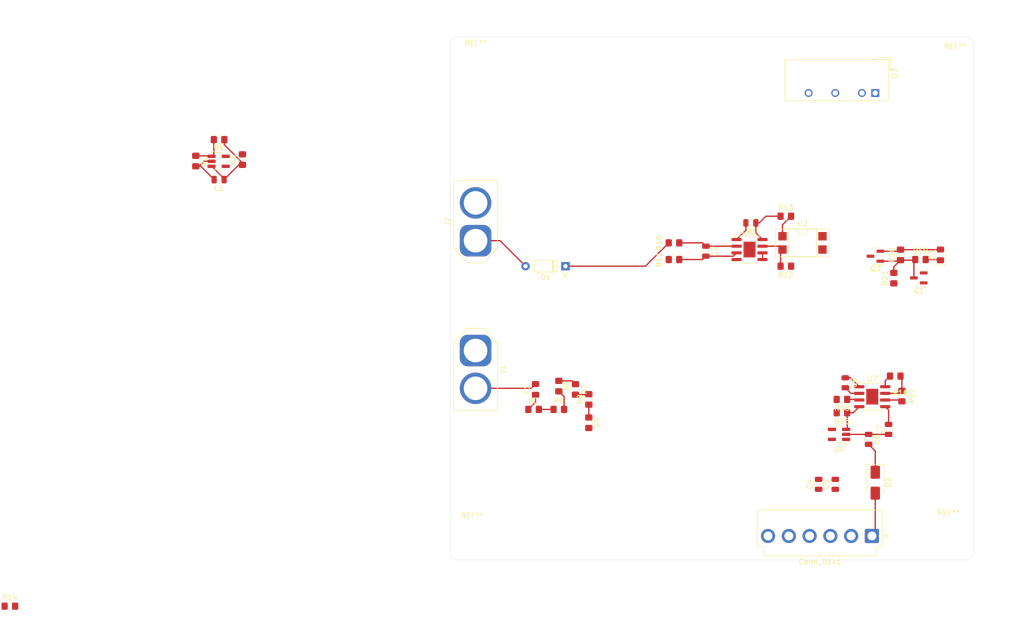
<source format=kicad_pcb>
(kicad_pcb (version 20240108) (generator "pcbnew") (generator_version "8.0")
  (layers (0 "F.Cu" signal) (31 "B.Cu" signal) (34 "B.Paste" user) (35 "F.Paste" user) (36 "B.SilkS" user "B.Silkscreen") (37 "F.SilkS" user "F.Silkscreen") (38 "B.Mask" user) (39 "F.Mask" user) (44 "Edge.Cuts" user))
  (net 0 "")
  (net 1 "GND")
  (net 2 "/Vref")
  (net 3 "Net-(LM1--)")
  (net 4 "Net-(LM1-+)")
  (net 5 "+12V")
  (net 6 "GLV-")
  (net 7 "VCC")
  (net 8 "Net-(U7-CV)")
  (net 9 "Net-(U7-THR)")
  (net 10 "/RED+")
  (net 11 "GLV+")
  (net 13 "/Vin")
  (net 14 "Net-(D3-K)")
  (net 15 "Net-(F1-Pad1)")
  (net 16 "Net-(J1-Pin_2)")
  (net 19 "Net-(LM1-Pad7)")
  (net 20 "Net-(LM1-BAL)")
  (net 21 "Net-(Q1-B)")
  (net 22 "Net-(Q1-C)")
  (net 23 "Net-(U1-REF)")
  (net 24 "Net-(R3-Pad2)")
  (net 25 "Net-(R5-Pad2)")
  (net 26 "Net-(R6-Pad1)")
  (net 27 "Net-(R8-Pad1)")
  (net 28 "Net-(R13-Pad2)")
  (net 29 "Net-(U4-G)")
  (net 30 "Net-(U4-D)")
  (net 31 "Net-(U7-DIS)")
  (net 32 "Net-(U7-Q)")
  (footprint "Package_TO_SOT_SMD:SOT-23-5_HandSoldering" (layer "F.Cu") (at 250.27 107.63 180)
    (property "Reference" "U4" (at 0 -2.9 0) (layer "F.SilkS"))
    (property "Value" "2N7002")
    (fp_line (start 0.1 -1.61) (end 0.9 -1.61) (stroke (width 0.12)) (layer "F.SilkS"))
    (fp_line (start 0.1 -1.61) (end -0.7 -1.61) (stroke (width 0.12)) (layer "F.SilkS"))
    (fp_line (start -0.9 1.61) (end 0.9 1.61) (stroke (width 0.12)) (layer "F.SilkS"))
    (fp_poly (pts (xy -1.2 -1.56) (xy -1.44 -1.89) (xy -0.96 -1.89) (xy -1.2 -1.56)) (stroke (width 0.12)) (fill solid) (layer "F.SilkS"))
    (pad "1" smd roundrect (at -1.35 -0.95 180) (size 1.56 0.65) (layers "F.Cu" "F.Paste" "F.Mask") (net 29 "Net-(U4-G)"))
    (pad "2" smd roundrect (at -1.35 0 180) (size 1.56 0.65) (layers "F.Cu" "F.Paste" "F.Mask") (net 6 "GLV-"))
    (pad "3" smd roundrect (at -1.35 0.95 180) (size 1.56 0.65) (layers "F.Cu" "F.Paste" "F.Mask") (net 30 "Net-(U4-D)"))
    (pad "4" smd roundrect (at 1.35 0.95 180) (size 1.56 0.65) (layers "F.Cu" "F.Paste" "F.Mask"))
    (pad "5" smd roundrect (at 1.35 -0.95 180) (size 1.56 0.65) (layers "F.Cu" "F.Paste" "F.Mask"))
  )
  (footprint "Resistor_SMD:R_0805_2012Metric_Pad1.20x1.40mm_HandSolder" (layer "F.Cu") (at 196.85 102.87)
    (property "Reference" "R5" (at 0 -1.65 0) (layer "F.SilkS"))
    (property "Value" "249k")
    (fp_line (start -0.227064 -0.735) (end 0.227064 -0.735) (stroke (width 0.12)) (layer "F.SilkS"))
    (fp_line (start -0.227064 0.735) (end 0.227064 0.735) (stroke (width 0.12)) (layer "F.SilkS"))
    (pad "1" smd roundrect (at -1 0) (size 1.2 1.4) (layers "F.Cu" "F.Paste" "F.Mask") (roundrect_rratio 0.208333) (net 24 "Net-(R3-Pad2)"))
    (pad "2" smd roundrect (at 1 0) (size 1.2 1.4) (layers "F.Cu" "F.Paste" "F.Mask") (roundrect_rratio 0.208333) (net 25 "Net-(R5-Pad2)"))
  )
  (footprint "MountingHole:MountingHole_3.2mm_M3_ISO7380" (layer "F.Cu") (at 180.975 37.465)
    (property "Reference" "REF**" (at 0 -4.445 0) (layer "F.SilkS"))
    (property "Value" "MountingHole_3.2mm_M3_ISO7380")
    (pad "" np_thru_hole circle (at 0 0) (size 3.2 3.2) (drill 3.2) (layers "*.Cu" "*.Mask"))
  )
  (footprint "Resistor_SMD:R_0805_2012Metric_Pad1.20x1.40mm_HandSolder" (layer "F.Cu") (at 250.825 100.965 180)
    (property "Reference" "R18" (at 0 -1.65 0) (layer "F.SilkS"))
    (property "Value" "1k")
    (fp_line (start -0.227064 0.735) (end 0.227064 0.735) (stroke (width 0.12)) (layer "F.SilkS"))
    (fp_line (start -0.227064 -0.735) (end 0.227064 -0.735) (stroke (width 0.12)) (layer "F.SilkS"))
    (pad "1" smd roundrect (at -1 0 180) (size 1.2 1.4) (layers "F.Cu" "F.Paste" "F.Mask") (roundrect_rratio 0.208333) (net 32 "Net-(U7-Q)"))
    (pad "2" smd roundrect (at 1 0 180) (size 1.2 1.4) (layers "F.Cu" "F.Paste" "F.Mask") (roundrect_rratio 0.208333) (net 21 "Net-(Q1-B)"))
  )
  (footprint "Resistor_SMD:R_0805_2012Metric_Pad1.20x1.40mm_HandSolder" (layer "F.Cu") (at 218.805 71.12 180)
    (property "Reference" "R10" (at 2.81 0 90) (layer "F.SilkS"))
    (property "Value" "100")
    (fp_line (start -0.227064 0.735) (end 0.227064 0.735) (stroke (width 0.12)) (layer "F.SilkS"))
    (fp_line (start -0.227064 -0.735) (end 0.227064 -0.735) (stroke (width 0.12)) (layer "F.SilkS"))
    (pad "1" smd roundrect (at -1 0 180) (size 1.2 1.4) (layers "F.Cu" "F.Paste" "F.Mask") (roundrect_rratio 0.208333) (net 4 "Net-(LM1-+)"))
    (pad "2" smd roundrect (at 1 0 180) (size 1.2 1.4) (layers "F.Cu" "F.Paste" "F.Mask") (roundrect_rratio 0.208333) (net 13 "/Vin"))
  )
  (footprint "Package_TO_SOT_SMD:SOT-23-5_HandSoldering" (layer "F.Cu") (at 132 55.565)
    (property "Reference" "U1" (at 0 -2.9 0) (layer "F.SilkS"))
    (property "Value" "TL431")
    (fp_line (start -0.9 1.61) (end 0.9 1.61) (stroke (width 0.12)) (layer "F.SilkS"))
    (fp_line (start 0.1 -1.61) (end -0.7 -1.61) (stroke (width 0.12)) (layer "F.SilkS"))
    (fp_line (start 0.1 -1.61) (end 0.9 -1.61) (stroke (width 0.12)) (layer "F.SilkS"))
    (fp_poly (pts (xy -1.2 -1.56) (xy -1.44 -1.89) (xy -0.96 -1.89) (xy -1.2 -1.56)) (stroke (width 0.12)) (fill solid) (layer "F.SilkS"))
    (pad "1" smd roundrect (at -1.35 -0.95) (size 1.56 0.65) (layers "F.Cu" "F.Paste" "F.Mask") (net 23 "Net-(U1-REF)"))
    (pad "2" smd roundrect (at -1.35 0) (size 1.56 0.65) (layers "F.Cu" "F.Paste" "F.Mask") (net 1 "GND"))
    (pad "3" smd roundrect (at -1.35 0.95) (size 1.56 0.65) (layers "F.Cu" "F.Paste" "F.Mask") (net 2 "/Vref"))
    (pad "4" smd roundrect (at 1.35 0.95) (size 1.56 0.65) (layers "F.Cu" "F.Paste" "F.Mask"))
    (pad "5" smd roundrect (at 1.35 -0.95) (size 1.56 0.65) (layers "F.Cu" "F.Paste" "F.Mask"))
  )
  (footprint "Capacitor_SMD:C_0805_2012Metric" (layer "F.Cu") (at 259.715 106.68 90)
    (property "Reference" "C7" (at 0 -1.68 90) (layer "F.SilkS"))
    (property "Value" "100n")
    (fp_line (start -0.261252 -0.735) (end 0.261252 -0.735) (stroke (width 0.12)) (layer "F.SilkS"))
    (fp_line (start -0.261252 0.735) (end 0.261252 0.735) (stroke (width 0.12)) (layer "F.SilkS"))
    (pad "1" smd roundrect (at -0.95 0 90) (size 1 1.45) (layers "F.Cu" "F.Paste" "F.Mask") (net 6 "GLV-"))
    (pad "2" smd roundrect (at 0.95 0 90) (size 1 1.45) (layers "F.Cu" "F.Paste" "F.Mask") (net 8 "Net-(U7-CV)"))
  )
  (footprint "Package_DIP:DIP-4_W7.62mm_SMDSocket_SmallPads" (layer "F.Cu") (at 243.3 71.12)
    (property "Reference" "U2" (at 0 -3.6 0) (layer "F.SilkS"))
    (property "Value" "LTV-817")
    (fp_line (start -5.14 -2.66) (end -5.14 2.66) (stroke (width 0.12)) (layer "F.SilkS"))
    (fp_line (start -5.14 2.66) (end 5.14 2.66) (stroke (width 0.12)) (layer "F.SilkS"))
    (fp_line (start -2.65 -2.6) (end -2.65 2.6) (stroke (width 0.12)) (layer "F.SilkS"))
    (fp_line (start -2.65 2.6) (end 2.65 2.6) (stroke (width 0.12)) (layer "F.SilkS"))
    (fp_line (start -1 -2.6) (end -2.65 -2.6) (stroke (width 0.12)) (layer "F.SilkS"))
    (fp_line (start 2.65 -2.6) (end 1 -2.6) (stroke (width 0.12)) (layer "F.SilkS"))
    (fp_line (start 2.65 2.6) (end 2.65 -2.6) (stroke (width 0.12)) (layer "F.SilkS"))
    (fp_line (start 5.14 -2.66) (end -5.14 -2.66) (stroke (width 0.12)) (layer "F.SilkS"))
    (fp_line (start 5.14 2.66) (end 5.14 -2.66) (stroke (width 0.12)) (layer "F.SilkS"))
    (fp_arc (start 1 -2.6) (mid 0 -1.6) (end -1 -2.6) (stroke (width 0.12)) (layer "F.SilkS"))
    (pad "1" smd rect (at -3.81 -1.27) (size 1.6 1.6) (layers "F.Cu" "F.Paste" "F.Mask") (net 28 "Net-(R13-Pad2)"))
    (pad "2" smd rect (at -3.81 1.27) (size 1.6 1.6) (layers "F.Cu" "F.Paste" "F.Mask") (net 19 "Net-(LM1-Pad7)"))
    (pad "3" smd rect (at 3.81 1.27) (size 1.6 1.6) (layers "F.Cu" "F.Paste" "F.Mask") (net 29 "Net-(U4-G)"))
    (pad "4" smd rect (at 3.81 -1.27) (size 1.6 1.6) (layers "F.Cu" "F.Paste" "F.Mask") (net 7 "VCC"))
  )
  (footprint "Resistor_SMD:R_0805_2012Metric_Pad1.20x1.40mm_HandSolder" (layer "F.Cu") (at 192.04 102.87)
    (property "Reference" "R3" (at 0 -1.65 0) (layer "F.SilkS"))
    (property "Value" "249k")
    (fp_line (start -0.227064 -0.735) (end 0.227064 -0.735) (stroke (width 0.12)) (layer "F.SilkS"))
    (fp_line (start -0.227064 0.735) (end 0.227064 0.735) (stroke (width 0.12)) (layer "F.SilkS"))
    (pad "1" smd roundrect (at -1 0) (size 1.2 1.4) (layers "F.Cu" "F.Paste" "F.Mask") (roundrect_rratio 0.208333) (net 15 "Net-(F1-Pad1)"))
    (pad "2" smd roundrect (at 1 0) (size 1.2 1.4) (layers "F.Cu" "F.Paste" "F.Mask") (roundrect_rratio 0.208333) (net 24 "Net-(R3-Pad2)"))
  )
  (footprint "Package_TO_SOT_SMD:SOT-23" (layer "F.Cu") (at 265.48 77.8025 180)
    (property "Reference" "Q1" (at 0 -2.4 0) (layer "F.SilkS"))
    (property "Value" "MMBT3904")
    (fp_line (start 0 1.56) (end 0.65 1.56) (stroke (width 0.12)) (layer "F.SilkS"))
    (fp_line (start 0 1.56) (end -0.65 1.56) (stroke (width 0.12)) (layer "F.SilkS"))
    (fp_line (start 0 -1.56) (end 0.65 -1.56) (stroke (width 0.12)) (layer "F.SilkS"))
    (fp_line (start 0 -1.56) (end -0.65 -1.56) (stroke (width 0.12)) (layer "F.SilkS"))
    (fp_poly (pts (xy -1.1625 -1.51) (xy -1.4025 -1.84) (xy -0.9225 -1.84) (xy -1.1625 -1.51)) (stroke (width 0.12)) (fill solid) (layer "F.SilkS"))
    (pad "1" smd roundrect (at -0.9375 -0.95 180) (size 1.475 0.6) (layers "F.Cu" "F.Paste" "F.Mask") (net 21 "Net-(Q1-B)"))
    (pad "2" smd roundrect (at -0.9375 0.95 180) (size 1.475 0.6) (layers "F.Cu" "F.Paste" "F.Mask") (net 6 "GLV-"))
    (pad "3" smd roundrect (at 0.9375 0 180) (size 1.475 0.6) (layers "F.Cu" "F.Paste" "F.Mask") (net 22 "Net-(Q1-C)"))
  )
  (footprint "Capacitor_SMD:C_0805_2012Metric" (layer "F.Cu") (at 233.46 67.31 180)
    (property "Reference" "C3" (at 0 -1.68 0) (layer "F.SilkS"))
    (property "Value" "100n")
    (fp_line (start -0.261252 0.735) (end 0.261252 0.735) (stroke (width 0.12)) (layer "F.SilkS"))
    (fp_line (start -0.261252 -0.735) (end 0.261252 -0.735) (stroke (width 0.12)) (layer "F.SilkS"))
    (pad "1" smd roundrect (at -0.95 0 180) (size 1 1.45) (layers "F.Cu" "F.Paste" "F.Mask") (net 5 "+12V"))
    (pad "2" smd roundrect (at 0.95 0 180) (size 1 1.45) (layers "F.Cu" "F.Paste" "F.Mask") (net 1 "GND"))
  )
  (footprint "Resistor_SMD:R_0805_2012Metric_Pad1.20x1.40mm_HandSolder" (layer "F.Cu") (at 240.125 75.565 180)
    (property "Reference" "R12" (at 0 -1.65 0) (layer "F.SilkS"))
    (property "Value" "1M")
    (fp_line (start -0.227064 0.735) (end 0.227064 0.735) (stroke (width 0.12)) (layer "F.SilkS"))
    (fp_line (start -0.227064 -0.735) (end 0.227064 -0.735) (stroke (width 0.12)) (layer "F.SilkS"))
    (pad "1" smd roundrect (at -1 0 180) (size 1.2 1.4) (layers "F.Cu" "F.Paste" "F.Mask") (roundrect_rratio 0.208333) (net 13 "/Vin"))
    (pad "2" smd roundrect (at 1 0 180) (size 1.2 1.4) (layers "F.Cu" "F.Paste" "F.Mask") (roundrect_rratio 0.208333) (net 19 "Net-(LM1-Pad7)"))
  )
  (footprint "Package_SO:SOIC-8-1EP_3.9x4.9mm_P1.27mm_EP2.29x3mm" (layer "F.Cu") (at 256.605 100.445)
    (property "Reference" "U7" (at 0 -3.4 0) (layer "F.SilkS"))
    (property "Value" "NE555")
    (fp_line (start 0 -2.56) (end -1.95 -2.56) (stroke (width 0.12)) (layer "F.SilkS"))
    (fp_line (start 0 -2.56) (end 1.95 -2.56) (stroke (width 0.12)) (layer "F.SilkS"))
    (fp_line (start 0 2.56) (end -1.95 2.56) (stroke (width 0.12)) (layer "F.SilkS"))
    (fp_line (start 0 2.56) (end 1.95 2.56) (stroke (width 0.12)) (layer "F.SilkS"))
    (fp_poly (pts (xy -2.7 -2.465) (xy -2.94 -2.795) (xy -2.46 -2.795) (xy -2.7 -2.465)) (stroke (width 0.12)) (fill solid) (layer "F.SilkS"))
    (pad "1" smd roundrect (at -2.475 -1.905) (size 1.95 0.6) (layers "F.Cu" "F.Paste" "F.Mask") (net 6 "GLV-"))
    (pad "2" smd roundrect (at -2.475 -0.635) (size 1.95 0.6) (layers "F.Cu" "F.Paste" "F.Mask") (net 9 "Net-(U7-THR)"))
    (pad "3" smd roundrect (at -2.475 0.635) (size 1.95 0.6) (layers "F.Cu" "F.Paste" "F.Mask") (net 32 "Net-(U7-Q)"))
    (pad "4" smd roundrect (at -2.475 1.905) (size 1.95 0.6) (layers "F.Cu" "F.Paste" "F.Mask") (net 30 "Net-(U4-D)"))
    (pad "5" smd roundrect (at 2.475 1.905) (size 1.95 0.6) (layers "F.Cu" "F.Paste" "F.Mask") (net 8 "Net-(U7-CV)"))
    (pad "6" smd roundrect (at 2.475 0.635) (size 1.95 0.6) (layers "F.Cu" "F.Paste" "F.Mask") (net 9 "Net-(U7-THR)"))
    (pad "7" smd roundrect (at 2.475 -0.635) (size 1.95 0.6) (layers "F.Cu" "F.Paste" "F.Mask") (net 31 "Net-(U7-DIS)"))
    (pad "8" smd roundrect (at 2.475 -1.905) (size 1.95 0.6) (layers "F.Cu" "F.Paste" "F.Mask") (net 7 "VCC"))
    (pad "9" smd rect (at 0 0) (size 2.29 3) (property pad_prop_heatsink) (layers "F.Cu" "F.Mask"))
  )
  (footprint "Resistor_SMD:R_0805_2012Metric_Pad1.20x1.40mm_HandSolder" (layer "F.Cu") (at 127.635 55.515 -90)
    (property "Reference" "R2" (at 0 -1.65 90) (layer "F.SilkS"))
    (property "Value" "10k")
    (fp_line (start -0.227064 0.735) (end 0.227064 0.735) (stroke (width 0.12)) (layer "F.SilkS"))
    (fp_line (start -0.227064 -0.735) (end 0.227064 -0.735) (stroke (width 0.12)) (layer "F.SilkS"))
    (pad "1" smd roundrect (at -1 0 270) (size 1.2 1.4) (layers "F.Cu" "F.Paste" "F.Mask") (roundrect_rratio 0.208333) (net 23 "Net-(U1-REF)"))
    (pad "2" smd roundrect (at 1 0 270) (size 1.2 1.4) (layers "F.Cu" "F.Paste" "F.Mask") (roundrect_rratio 0.208333) (net 1 "GND"))
  )
  (footprint "Connector_AMASS:AMASS_XT60-M_1x02_P7.20mm_Vertical" (layer "F.Cu") (at 180.975 91.65 -90)
    (property "Reference" "J1" (at 3.6 -5.3 90) (layer "F.SilkS"))
    (property "Value" "Conn_01x02_Pin")
    (fp_line (start -1.4 4.15) (end 11.45 4.15) (stroke (width 0.12)) (layer "F.SilkS"))
    (fp_line (start 11.45 4.15) (end 11.45 -4.15) (stroke (width 0.12)) (layer "F.SilkS"))
    (fp_line (start -4.25 1.55) (end -1.4 4.15) (stroke (width 0.12)) (layer "F.SilkS"))
    (fp_line (start -4.25 -1.6) (end -4.25 1.55) (stroke (width 0.12)) (layer "F.SilkS"))
    (fp_line (start -1.4 -4.15) (end -4.25 -1.6) (stroke (width 0.12)) (layer "F.SilkS"))
    (fp_line (start 11.45 -4.15) (end -1.4 -4.15) (stroke (width 0.12)) (layer "F.SilkS"))
    (pad "1" thru_hole roundrect (at 0 0 270) (size 6 6) (drill 4.5) (layers "*.Cu" "*.Mask"))
    (pad "2" thru_hole circle (at 7.2 0 270) (size 6 6) (drill 4.5) (layers "*.Cu" "*.Mask") (net 16 "Net-(J1-Pin_2)"))
  )
  (footprint "Resistor_SMD:R_0805_2012Metric_Pad1.20x1.40mm_HandSolder" (layer "F.Cu") (at 92.185 140.38)
    (property "Reference" "R14" (at 0 -1.65 0) (layer "F.SilkS"))
    (property "Value" "10k")
    (fp_line (start -0.227064 -0.735) (end 0.227064 -0.735) (stroke (width 0.12)) (layer "F.SilkS"))
    (fp_line (start -0.227064 0.735) (end 0.227064 0.735) (stroke (width 0.12)) (layer "F.SilkS"))
    (pad "1" smd roundrect (at -1 0) (size 1.2 1.4) (layers "F.Cu" "F.Paste" "F.Mask") (roundrect_rratio 0.208333) (net 29 "Net-(U4-G)"))
    (pad "2" smd roundrect (at 1 0) (size 1.2 1.4) (layers "F.Cu" "F.Paste" "F.Mask") (roundrect_rratio 0.208333) (net 6 "GLV-"))
  )
  (footprint "Resistor_SMD:R_0805_2012Metric_Pad1.20x1.40mm_HandSolder" (layer "F.Cu") (at 202.565 100.965 90)
    (property "Reference" "R8" (at 0 -1.65 90) (layer "F.SilkS"))
    (property "Value" "25k")
    (fp_line (start -0.227064 -0.735) (end 0.227064 -0.735) (stroke (width 0.12)) (layer "F.SilkS"))
    (fp_line (start -0.227064 0.735) (end 0.227064 0.735) (stroke (width 0.12)) (layer "F.SilkS"))
    (pad "1" smd roundrect (at -1 0 90) (size 1.2 1.4) (layers "F.Cu" "F.Paste" "F.Mask") (roundrect_rratio 0.208333) (net 27 "Net-(R8-Pad1)"))
    (pad "2" smd roundrect (at 1 0 90) (size 1.2 1.4) (layers "F.Cu" "F.Paste" "F.Mask") (roundrect_rratio 0.208333) (net 13 "/Vin"))
  )
  (footprint "Resistor_SMD:R_0805_2012Metric_Pad1.20x1.40mm_HandSolder" (layer "F.Cu") (at 202.565 105.41 -90)
    (property "Reference" "R9" (at 0 -1.65 90) (layer "F.SilkS"))
    (property "Value" "1k")
    (fp_line (start -0.227064 0.735) (end 0.227064 0.735) (stroke (width 0.12)) (layer "F.SilkS"))
    (fp_line (start -0.227064 -0.735) (end 0.227064 -0.735) (stroke (width 0.12)) (layer "F.SilkS"))
    (pad "1" smd roundrect (at -1 0 270) (size 1.2 1.4) (layers "F.Cu" "F.Paste" "F.Mask") (roundrect_rratio 0.208333) (net 27 "Net-(R8-Pad1)"))
    (pad "2" smd roundrect (at 1 0 270) (size 1.2 1.4) (layers "F.Cu" "F.Paste" "F.Mask") (roundrect_rratio 0.208333) (net 1 "GND"))
  )
  (footprint "Package_SO:SOIC-8-1EP_3.9x4.9mm_P1.27mm_EP2.29x3mm" (layer "F.Cu") (at 233.205 72.39)
    (property "Reference" "LM1" (at 0 -3.4 0) (layer "F.SilkS"))
    (property "Value" "LM311")
    (fp_line (start 0 -2.56) (end -1.95 -2.56) (stroke (width 0.12)) (layer "F.SilkS"))
    (fp_line (start 0 -2.56) (end 1.95 -2.56) (stroke (width 0.12)) (layer "F.SilkS"))
    (fp_line (start 0 2.56) (end -1.95 2.56) (stroke (width 0.12)) (layer "F.SilkS"))
    (fp_line (start 0 2.56) (end 1.95 2.56) (stroke (width 0.12)) (layer "F.SilkS"))
    (fp_poly (pts (xy -2.7 -2.465) (xy -2.94 -2.795) (xy -2.46 -2.795) (xy -2.7 -2.465)) (stroke (width 0.12)) (fill solid) (layer "F.SilkS"))
    (pad "1" smd roundrect (at -2.475 -1.905) (size 1.95 0.6) (layers "F.Cu" "F.Paste" "F.Mask") (net 1 "GND"))
    (pad "2" smd roundrect (at -2.475 -0.635) (size 1.95 0.6) (layers "F.Cu" "F.Paste" "F.Mask") (net 4 "Net-(LM1-+)"))
    (pad "3" smd roundrect (at -2.475 0.635) (size 1.95 0.6) (layers "F.Cu" "F.Paste" "F.Mask") (net 3 "Net-(LM1--)"))
    (pad "4" smd roundrect (at -2.475 1.905) (size 1.95 0.6) (layers "F.Cu" "F.Paste" "F.Mask") (net 1 "GND"))
    (pad "5" smd roundrect (at 2.475 1.905) (size 1.95 0.6) (layers "F.Cu" "F.Paste" "F.Mask") (net 20 "Net-(LM1-BAL)"))
    (pad "6" smd roundrect (at 2.475 0.635) (size 1.95 0.6) (layers "F.Cu" "F.Paste" "F.Mask") (net 20 "Net-(LM1-BAL)"))
    (pad "7" smd roundrect (at 2.475 -0.635) (size 1.95 0.6) (layers "F.Cu" "F.Paste" "F.Mask") (net 19 "Net-(LM1-Pad7)"))
    (pad "8" smd roundrect (at 2.475 -1.905) (size 1.95 0.6) (layers "F.Cu" "F.Paste" "F.Mask") (net 5 "+12V"))
    (pad "9" smd rect (at 0 0) (size 2.29 3) (property pad_prop_heatsink) (layers "F.Cu" "F.Mask"))
  )
  (footprint "MountingHole:MountingHole_3.2mm_M3_ISO7380" (layer "F.Cu") (at 271.78 37.465)
    (property "Reference" "REF**" (at 0.635 -3.81 0) (layer "F.SilkS"))
    (property "Value" "MountingHole_3.2mm_M3_ISO7380")
    (pad "" np_thru_hole circle (at 0 0) (size 3.2 3.2) (drill 3.2) (layers "*.Cu" "*.Mask"))
  )
  (footprint "MountingHole:MountingHole_3.2mm_M3_ISO7380" (layer "F.Cu") (at 271.145 127)
    (property "Reference" "REF**" (at 0 -4.445 0) (layer "F.SilkS"))
    (property "Value" "MountingHole_3.2mm_M3_ISO7380")
    (pad "" np_thru_hole circle (at 0 0) (size 3.2 3.2) (drill 3.2) (layers "*.Cu" "*.Mask"))
  )
  (footprint "Package_TO_SOT_SMD:SOT-23" (layer "F.Cu") (at 257.2075 73.66 180)
    (property "Reference" "Q3" (at 0 -2.4 0) (layer "F.SilkS"))
    (property "Value" "AO3401A")
    (fp_line (start 0 1.56) (end 0.65 1.56) (stroke (width 0.12)) (layer "F.SilkS"))
    (fp_line (start 0 1.56) (end -0.65 1.56) (stroke (width 0.12)) (layer "F.SilkS"))
    (fp_line (start 0 -1.56) (end 0.65 -1.56) (stroke (width 0.12)) (layer "F.SilkS"))
    (fp_line (start 0 -1.56) (end -0.65 -1.56) (stroke (width 0.12)) (layer "F.SilkS"))
    (fp_poly (pts (xy -1.1625 -1.51) (xy -1.4025 -1.84) (xy -0.9225 -1.84) (xy -1.1625 -1.51)) (stroke (width 0.12)) (fill solid) (layer "F.SilkS"))
    (pad "1" smd roundrect (at -0.9375 -0.95 180) (size 1.475 0.6) (layers "F.Cu" "F.Paste" "F.Mask") (net 22 "Net-(Q1-C)"))
    (pad "2" smd roundrect (at -0.9375 0.95 180) (size 1.475 0.6) (layers "F.Cu" "F.Paste" "F.Mask") (net 7 "VCC"))
    (pad "3" smd roundrect (at 0.9375 0 180) (size 1.475 0.6) (layers "F.Cu" "F.Paste" "F.Mask") (net 10 "/RED+"))
  )
  (footprint "Capacitor_SMD:C_0805_2012Metric" (layer "F.Cu") (at 224.885 72.705 -90)
    (property "Reference" "C2" (at 0 -1.68 90) (layer "F.SilkS"))
    (property "Value" "10n")
    (fp_line (start -0.261252 0.735) (end 0.261252 0.735) (stroke (width 0.12)) (layer "F.SilkS"))
    (fp_line (start -0.261252 -0.735) (end 0.261252 -0.735) (stroke (width 0.12)) (layer "F.SilkS"))
    (pad "1" smd roundrect (at -0.95 0 270) (size 1 1.45) (layers "F.Cu" "F.Paste" "F.Mask") (net 4 "Net-(LM1-+)"))
    (pad "2" smd roundrect (at 0.95 0 270) (size 1 1.45) (layers "F.Cu" "F.Paste" "F.Mask") (net 3 "Net-(LM1--)"))
  )
  (footprint "Resistor_SMD:R_0805_2012Metric_Pad1.20x1.40mm_HandSolder" (layer "F.Cu") (at 200.025 99.06 -90)
    (property "Reference" "R7" (at 0 -1.65 90) (layer "F.SilkS"))
    (property "Value" "249k")
    (fp_line (start -0.227064 0.735) (end 0.227064 0.735) (stroke (width 0.12)) (layer "F.SilkS"))
    (fp_line (start -0.227064 -0.735) (end 0.227064 -0.735) (stroke (width 0.12)) (layer "F.SilkS"))
    (pad "1" smd roundrect (at -1 0 270) (size 1.2 1.4) (layers "F.Cu" "F.Paste" "F.Mask") (roundrect_rratio 0.208333) (net 26 "Net-(R6-Pad1)"))
    (pad "2" smd roundrect (at 1 0 270) (size 1.2 1.4) (layers "F.Cu" "F.Paste" "F.Mask") (roundrect_rratio 0.208333) (net 13 "/Vin"))
  )
  (footprint "Resistor_SMD:R_0805_2012Metric_Pad1.20x1.40mm_HandSolder" (layer "F.Cu") (at 260.985 96.52 180)
    (property "Reference" "R16" (at -1 -3.175 0) (layer "F.SilkS"))
    (property "Value" "22k")
    (fp_line (start -0.227064 0.735) (end 0.227064 0.735) (stroke (width 0.12)) (layer "F.SilkS"))
    (fp_line (start -0.227064 -0.735) (end 0.227064 -0.735) (stroke (width 0.12)) (layer "F.SilkS"))
    (pad "1" smd roundrect (at -1 0 180) (size 1.2 1.4) (layers "F.Cu" "F.Paste" "F.Mask") (roundrect_rratio 0.208333) (net 31 "Net-(U7-DIS)"))
    (pad "2" smd roundrect (at 1 0 180) (size 1.2 1.4) (layers "F.Cu" "F.Paste" "F.Mask") (roundrect_rratio 0.208333) (net 7 "VCC"))
  )
  (footprint "Diode_SMD:D_SMA" (layer "F.Cu") (at 257.175 116.84 -90)
    (property "Reference" "D2" (at 0 -2.5 90) (layer "F.SilkS"))
    (property "Value" "D")
    (fp_line (start -3.51 1.65) (end 2 1.65) (stroke (width 0.12)) (layer "F.SilkS"))
    (fp_line (start -3.51 -1.65) (end -3.51 1.65) (stroke (width 0.12)) (layer "F.SilkS"))
    (fp_line (start -3.51 -1.65) (end 2 -1.65) (stroke (width 0.12)) (layer "F.SilkS"))
    (pad "1" smd roundrect (at -2 0 270) (size 2.5 1.8) (layers "F.Cu" "F.Paste" "F.Mask") (roundrect_rratio 0.1388888889) (net 7 "VCC"))
    (pad "2" smd roundrect (at 2 0 270) (size 2.5 1.8) (layers "F.Cu" "F.Paste" "F.Mask") (roundrect_rratio 0.1388888889) (net 11 "GLV+"))
  )
  (footprint "Capacitor_SMD:C_0805_2012Metric" (layer "F.Cu") (at 249.555 117.155 90)
    (property "Reference" "C5" (at 0 -1.68 90) (layer "F.SilkS"))
    (property "Value" "2.2uF")
    (fp_line (start -0.261252 -0.735) (end 0.261252 -0.735) (stroke (width 0.12)) (layer "F.SilkS"))
    (fp_line (start -0.261252 0.735) (end 0.261252 0.735) (stroke (width 0.12)) (layer "F.SilkS"))
    (pad "1" smd roundrect (at -0.95 0 90) (size 1 1.45) (layers "F.Cu" "F.Paste" "F.Mask") (net 6 "GLV-"))
    (pad "2" smd roundrect (at 0.95 0 90) (size 1 1.45) (layers "F.Cu" "F.Paste" "F.Mask") (net 7 "VCC"))
  )
  (footprint "Resistor_SMD:R_0805_2012Metric_Pad1.20x1.40mm_HandSolder" (layer "F.Cu") (at 261.985 73.415 90)
    (property "Reference" "R20" (at 0 -1.65 90) (layer "F.SilkS"))
    (property "Value" "1k")
    (fp_line (start -0.227064 -0.735) (end 0.227064 -0.735) (stroke (width 0.12)) (layer "F.SilkS"))
    (fp_line (start -0.227064 0.735) (end 0.227064 0.735) (stroke (width 0.12)) (layer "F.SilkS"))
    (pad "1" smd roundrect (at -1 0 90) (size 1.2 1.4) (layers "F.Cu" "F.Paste" "F.Mask") (roundrect_rratio 0.208333) (net 22 "Net-(Q1-C)"))
    (pad "2" smd roundrect (at 1 0 90) (size 1.2 1.4) (layers "F.Cu" "F.Paste" "F.Mask") (roundrect_rratio 0.208333) (net 7 "VCC"))
  )
  (footprint "Connector_JST:JST_VH_B6P-VH_1x06_P3.96mm_Vertical" (layer "F.Cu") (at 256.54 127 180)
    (property "Reference" "Conn_01x1" (at 9.9 -4.9 0) (layer "F.SilkS"))
    (property "Value" "Conn_01x06")
    (fp_line (start 21.86 4.91) (end -2.06 4.91) (stroke (width 0.12)) (layer "F.SilkS"))
    (fp_line (start 21.86 -2.11) (end 21.86 4.91) (stroke (width 0.12)) (layer "F.SilkS"))
    (fp_line (start 20.66 -2.11) (end 21.86 -2.11) (stroke (width 0.12)) (layer "F.SilkS"))
    (fp_line (start 20.66 -3.81) (end 20.66 -2.11) (stroke (width 0.12)) (layer "F.SilkS"))
    (fp_line (start -0.86 -2.11) (end -0.86 -3.81) (stroke (width 0.12)) (layer "F.SilkS"))
    (fp_line (start -0.86 -3.81) (end 20.66 -3.81) (stroke (width 0.12)) (layer "F.SilkS"))
    (fp_line (start -2.06 4.91) (end -2.06 -2.11) (stroke (width 0.12)) (layer "F.SilkS"))
    (fp_line (start -2.06 -2.11) (end -0.86 -2.11) (stroke (width 0.12)) (layer "F.SilkS"))
    (fp_line (start -2.26 0) (end -2.86 0.3) (stroke (width 0.12)) (layer "F.SilkS"))
    (fp_line (start -2.86 0.3) (end -2.86 -0.3) (stroke (width 0.12)) (layer "F.SilkS"))
    (fp_line (start -2.86 -0.3) (end -2.26 0) (stroke (width 0.12)) (layer "F.SilkS"))
    (pad "1" thru_hole roundrect (at 0 0 180) (size 2.7 2.7) (drill 1.7) (layers "*.Cu" "*.Mask") (roundrect_rratio 0.092593) (net 11 "GLV+"))
    (pad "2" thru_hole circle (at 3.96 0 180) (size 2.7 2.7) (drill 1.7) (layers "*.Cu" "*.Mask"))
    (pad "3" thru_hole circle (at 7.92 0 180) (size 2.7 2.7) (drill 1.7) (layers "*.Cu" "*.Mask") (net 10 "/RED+"))
    (pad "4" thru_hole circle (at 11.88 0 180) (size 2.7 2.7) (drill 1.7) (layers "*.Cu" "*.Mask") (net 6 "GLV-"))
    (pad "5" thru_hole circle (at 15.84 0 180) (size 2.7 2.7) (drill 1.7) (layers "*.Cu" "*.Mask") (net 6 "GLV-"))
    (pad "6" thru_hole circle (at 19.8 0 180) (size 2.7 2.7) (drill 1.7) (layers "*.Cu" "*.Mask") (net 6 "GLV-"))
  )
  (footprint "Capacitor_SMD:C_0805_2012Metric" (layer "F.Cu") (at 251.46 97.79 -90)
    (property "Reference" "C8" (at 0 -1.68 90) (layer "F.SilkS"))
    (property "Value" "1u")
    (fp_line (start -0.261252 0.735) (end 0.261252 0.735) (stroke (width 0.12)) (layer "F.SilkS"))
    (fp_line (start -0.261252 -0.735) (end 0.261252 -0.735) (stroke (width 0.12)) (layer "F.SilkS"))
    (pad "1" smd roundrect (at -0.95 0 270) (size 1 1.45) (layers "F.Cu" "F.Paste" "F.Mask") (net 6 "GLV-"))
    (pad "2" smd roundrect (at 0.95 0 270) (size 1 1.45) (layers "F.Cu" "F.Paste" "F.Mask") (net 9 "Net-(U7-THR)"))
  )
  (footprint "LED_SMD:LED_0805_2012Metric_Pad1.15x1.40mm_HandSolder" (layer "F.Cu") (at 269.605 73.415 90)
    (property "Reference" "D3" (at 0 -1.65 90) (layer "F.SilkS"))
    (property "Value" "LED")
    (fp_line (start 1 -0.96) (end -1.86 -0.96) (stroke (width 0.12)) (layer "F.SilkS"))
    (fp_line (start -1.86 -0.96) (end -1.86 0.96) (stroke (width 0.12)) (layer "F.SilkS"))
    (fp_line (start -1.86 0.96) (end 1 0.96) (stroke (width 0.12)) (layer "F.SilkS"))
    (pad "1" smd roundrect (at -1.025 0 90) (size 1.15 1.4) (layers "F.Cu" "F.Paste" "F.Mask") (roundrect_rratio 0.217391) (net 14 "Net-(D3-K)"))
    (pad "2" smd roundrect (at 1.025 0 90) (size 1.15 1.4) (layers "F.Cu" "F.Paste" "F.Mask") (roundrect_rratio 0.217391) (net 7 "VCC"))
  )
  (footprint "Converter_DCDC:Converter_DCDC_TRACO_TBA2-xxxx_Single_THT" (layer "F.Cu") (at 257.175 42.545 -90)
    (property "Reference" "U3" (at -3.75 -3.6 90) (layer "F.SilkS"))
    (property "Value" "B1212")
    (fp_line (start -6.37 17.27) (end 1.47 17.27) (stroke (width 0.12)) (layer "F.SilkS"))
    (fp_line (start -6.75 -0.366667) (end -6.75 -2.9) (stroke (width 0.12)) (layer "F.SilkS"))
    (fp_line (start -6.37 -2.52) (end -6.37 17.27) (stroke (width 0.12)) (layer "F.SilkS"))
    (fp_line (start -6.37 -2.52) (end 1.47 -2.52) (stroke (width 0.12)) (layer "F.SilkS"))
    (fp_line (start 1.47 -2.52) (end 1.47 17.27) (stroke (width 0.12)) (layer "F.SilkS"))
    (fp_line (start -6.75 -2.9) (end -4.216667 -2.9) (stroke (width 0.12)) (layer "F.SilkS"))
    (pad "1" thru_hole rect (at 0 0 270) (size 1.5 1.5) (drill 1) (layers "*.Cu" "*.Mask") (net 7 "VCC"))
    (pad "2" thru_hole circle (at 0 2.54 270) (size 1.5 1.5) (drill 1) (layers "*.Cu" "*.Mask") (net 6 "GLV-"))
    (pad "4" thru_hole circle (at 0 7.62 270) (size 1.5 1.5) (drill 1) (layers "*.Cu" "*.Mask") (net 1 "GND"))
    (pad "6" thru_hole circle (at 0 12.7 270) (size 1.5 1.5) (drill 1) (layers "*.Cu" "*.Mask") (net 5 "+12V"))
  )
  (footprint "Resistor_SMD:R_0805_2012Metric_Pad1.20x1.40mm_HandSolder" (layer "F.Cu") (at 196.85 98.425 -90)
    (property "Reference" "R6" (at 0 -1.65 90) (layer "F.SilkS"))
    (property "Value" "249k")
    (fp_line (start -0.227064 0.735) (end 0.227064 0.735) (stroke (width 0.12)) (layer "F.SilkS"))
    (fp_line (start -0.227064 -0.735) (end 0.227064 -0.735) (stroke (width 0.12)) (layer "F.SilkS"))
    (pad "1" smd roundrect (at -1 0 270) (size 1.2 1.4) (layers "F.Cu" "F.Paste" "F.Mask") (roundrect_rratio 0.208333) (net 26 "Net-(R6-Pad1)"))
    (pad "2" smd roundrect (at 1 0 270) (size 1.2 1.4) (layers "F.Cu" "F.Paste" "F.Mask") (roundrect_rratio 0.208333) (net 25 "Net-(R5-Pad2)"))
  )
  (footprint "Connector_AMASS:AMASS_XT60-M_1x02_P7.20mm_Vertical" (layer "F.Cu") (at 180.975 70.7 90)
    (property "Reference" "J2" (at 3.6 -5.3 90) (layer "F.SilkS"))
    (property "Value" "Conn_01x02_Pin")
    (fp_line (start 11.45 -4.15) (end -1.4 -4.15) (stroke (width 0.12)) (layer "F.SilkS"))
    (fp_line (start -1.4 -4.15) (end -4.25 -1.6) (stroke (width 0.12)) (layer "F.SilkS"))
    (fp_line (start -4.25 -1.6) (end -4.25 1.55) (stroke (width 0.12)) (layer "F.SilkS"))
    (fp_line (start -4.25 1.55) (end -1.4 4.15) (stroke (width 0.12)) (layer "F.SilkS"))
    (fp_line (start 11.45 4.15) (end 11.45 -4.15) (stroke (width 0.12)) (layer "F.SilkS"))
    (fp_line (start -1.4 4.15) (end 11.45 4.15) (stroke (width 0.12)) (layer "F.SilkS"))
    (pad "1" thru_hole roundrect (at 0 0 90) (size 6 6) (drill 4.5) (layers "*.Cu" "*.Mask") (net 1 "GND"))
    (pad "2" thru_hole circle (at 7.2 0 90) (size 6 6) (drill 4.5) (layers "*.Cu" "*.Mask"))
  )
  (footprint "Capacitor_SMD:C_0805_2012Metric" (layer "F.Cu") (at 246.38 117.155 90)
    (property "Reference" "C4" (at 0 -1.68 90) (layer "F.SilkS"))
    (property "Value" "1uF")
    (fp_line (start -0.261252 -0.735) (end 0.261252 -0.735) (stroke (width 0.12)) (layer "F.SilkS"))
    (fp_line (start -0.261252 0.735) (end 0.261252 0.735) (stroke (width 0.12)) (layer "F.SilkS"))
    (pad "1" smd roundrect (at -0.95 0 90) (size 1 1.45) (layers "F.Cu" "F.Paste" "F.Mask") (net 1 "GND"))
    (pad "2" smd roundrect (at 0.95 0 90) (size 1 1.45) (layers "F.Cu" "F.Paste" "F.Mask") (net 5 "+12V"))
  )
  (footprint "Resistor_SMD:R_0805_2012Metric_Pad1.20x1.40mm_HandSolder" (layer "F.Cu") (at 240.125 66.04)
    (property "Reference" "R13" (at 0 -1.65 0) (layer "F.SilkS"))
    (property "Value" "2k2")
    (fp_line (start -0.227064 -0.735) (end 0.227064 -0.735) (stroke (width 0.12)) (layer "F.SilkS"))
    (fp_line (start -0.227064 0.735) (end 0.227064 0.735) (stroke (width 0.12)) (layer "F.SilkS"))
    (pad "1" smd roundrect (at -1 0) (size 1.2 1.4) (layers "F.Cu" "F.Paste" "F.Mask") (roundrect_rratio 0.208333) (net 5 "+12V"))
    (pad "2" smd roundrect (at 1 0) (size 1.2 1.4) (layers "F.Cu" "F.Paste" "F.Mask") (roundrect_rratio 0.208333) (net 28 "Net-(R13-Pad2)"))
  )
  (footprint "Diode_THT:D_DO-35_SOD27_P7.62mm_Horizontal" (layer "F.Cu") (at 198.12 75.565 180)
    (property "Reference" "D1" (at 3.81 -2.12 0) (layer "F.SilkS"))
    (property "Value" "12V")
    (fp_line (start 6.58 0) (end 5.93 0) (stroke (width 0.12)) (layer "F.SilkS"))
    (fp_line (start 5.93 1.12) (end 5.93 -1.12) (stroke (width 0.12)) (layer "F.SilkS"))
    (fp_line (start 5.93 -1.12) (end 1.69 -1.12) (stroke (width 0.12)) (layer "F.SilkS"))
    (fp_line (start 2.53 -1.12) (end 2.53 1.12) (stroke (width 0.12)) (layer "F.SilkS"))
    (fp_line (start 2.41 -1.12) (end 2.41 1.12) (stroke (width 0.12)) (layer "F.SilkS"))
    (fp_line (start 2.29 -1.12) (end 2.29 1.12) (stroke (width 0.12)) (layer "F.SilkS"))
    (fp_line (start 1.69 1.12) (end 5.93 1.12) (stroke (width 0.12)) (layer "F.SilkS"))
    (fp_line (start 1.69 -1.12) (end 1.69 1.12) (stroke (width 0.12)) (layer "F.SilkS"))
    (fp_line (start 1.04 0) (end 1.69 0) (stroke (width 0.12)) (layer "F.SilkS"))
    (fp_text user "K" (at 0 -1.8 0) (layer "F.SilkS"))
    (pad "1" thru_hole rect (at 0 0 180) (size 1.6 1.6) (drill 0.8) (layers "*.Cu" "*.Mask") (net 13 "/Vin"))
    (pad "2" thru_hole oval (at 7.62 0 180) (size 1.6 1.6) (drill 0.8) (layers "*.Cu" "*.Mask") (net 1 "GND"))
  )
  (footprint "Capacitor_SMD:C_0805_2012Metric" (layer "F.Cu") (at 255.905 108.585 -90)
    (property "Reference" "C6" (at 0 -1.68 90) (layer "F.SilkS"))
    (property "Value" "100n")
    (fp_line (start -0.261252 0.735) (end 0.261252 0.735) (stroke (width 0.12)) (layer "F.SilkS"))
    (fp_line (start -0.261252 -0.735) (end 0.261252 -0.735) (stroke (width 0.12)) (layer "F.SilkS"))
    (pad "1" smd roundrect (at -0.95 0 270) (size 1 1.45) (layers "F.Cu" "F.Paste" "F.Mask") (net 6 "GLV-"))
    (pad "2" smd roundrect (at 0.95 0 270) (size 1 1.45) (layers "F.Cu" "F.Paste" "F.Mask") (net 7 "VCC"))
  )
  (footprint "Resistor_SMD:R_0805_2012Metric_Pad1.20x1.40mm_HandSolder" (layer "F.Cu") (at 265.795 74.295)
    (property "Reference" "R19" (at 0 -1.65 0) (layer "F.SilkS"))
    (property "Value" "1k")
    (fp_line (start -0.227064 -0.735) (end 0.227064 -0.735) (stroke (width 0.12)) (layer "F.SilkS"))
    (fp_line (start -0.227064 0.735) (end 0.227064 0.735) (stroke (width 0.12)) (layer "F.SilkS"))
    (pad "1" smd roundrect (at -1 0) (size 1.2 1.4) (layers "F.Cu" "F.Paste" "F.Mask") (roundrect_rratio 0.208333) (net 22 "Net-(Q1-C)"))
    (pad "2" smd roundrect (at 1 0) (size 1.2 1.4) (layers "F.Cu" "F.Paste" "F.Mask") (roundrect_rratio 0.208333) (net 14 "Net-(D3-K)"))
  )
  (footprint "Fuse:Fuse_0805_2012Metric_Pad1.15x1.40mm_HandSolder" (layer "F.Cu") (at 192.405 99.06 90)
    (property "Reference" "F1" (at 0 -1.65 90) (layer "F.SilkS"))
    (property "Value" "Fuse")
    (fp_line (start -0.261252 -0.71) (end 0.261252 -0.71) (stroke (width 0.12)) (layer "F.SilkS"))
    (fp_line (start -0.261252 0.71) (end 0.261252 0.71) (stroke (width 0.12)) (layer "F.SilkS"))
    (pad "1" smd roundrect (at -1.025 0 90) (size 1.15 1.4) (layers "F.Cu" "F.Paste" "F.Mask") (roundrect_rratio 0.217391) (net 15 "Net-(F1-Pad1)"))
    (pad "2" smd roundrect (at 1.025 0 90) (size 1.15 1.4) (layers "F.Cu" "F.Paste" "F.Mask") (roundrect_rratio 0.217391) (net 16 "Net-(J1-Pin_2)"))
  )
  (footprint "Resistor_SMD:R_0805_2012Metric_Pad1.20x1.40mm_HandSolder" (layer "F.Cu") (at 136.525 55.245 90)
    (property "Reference" "R4" (at 0 -1.65 90) (layer "F.SilkS"))
    (property "Value" "2k2")
    (fp_line (start -0.227064 -0.735) (end 0.227064 -0.735) (stroke (width 0.12)) (layer "F.SilkS"))
    (fp_line (start -0.227064 0.735) (end 0.227064 0.735) (stroke (width 0.12)) (layer "F.SilkS"))
    (pad "1" smd roundrect (at -1 0 90) (size 1.2 1.4) (layers "F.Cu" "F.Paste" "F.Mask") (roundrect_rratio 0.208333) (net 2 "/Vref"))
    (pad "2" smd roundrect (at 1 0 90) (size 1.2 1.4) (layers "F.Cu" "F.Paste" "F.Mask") (roundrect_rratio 0.208333) (net 5 "+12V"))
  )
  (footprint "Resistor_SMD:R_0805_2012Metric_Pad1.20x1.40mm_HandSolder" (layer "F.Cu") (at 250.825 103.505 180)
    (property "Reference" "R15" (at 0 -1.65 0) (layer "F.SilkS"))
    (property "Value" "22k")
    (fp_line (start -0.227064 0.735) (end 0.227064 0.735) (stroke (width 0.12)) (layer "F.SilkS"))
    (fp_line (start -0.227064 -0.735) (end 0.227064 -0.735) (stroke (width 0.12)) (layer "F.SilkS"))
    (pad "1" smd roundrect (at -1 0 180) (size 1.2 1.4) (layers "F.Cu" "F.Paste" "F.Mask") (roundrect_rratio 0.208333) (net 30 "Net-(U4-D)"))
    (pad "2" smd roundrect (at 1 0 180) (size 1.2 1.4) (layers "F.Cu" "F.Paste" "F.Mask") (roundrect_rratio 0.208333) (net 7 "VCC"))
  )
  (footprint "Resistor_SMD:R_0805_2012Metric_Pad1.20x1.40mm_HandSolder" (layer "F.Cu") (at 262.255 100.33 90)
    (property "Reference" "R17" (at 0 1.905 90) (layer "F.SilkS"))
    (property "Value" "220k")
    (fp_line (start -0.227064 -0.735) (end 0.227064 -0.735) (stroke (width 0.12)) (layer "F.SilkS"))
    (fp_line (start -0.227064 0.735) (end 0.227064 0.735) (stroke (width 0.12)) (layer "F.SilkS"))
    (pad "1" smd roundrect (at -1 0 90) (size 1.2 1.4) (layers "F.Cu" "F.Paste" "F.Mask") (roundrect_rratio 0.208333) (net 9 "Net-(U7-THR)"))
    (pad "2" smd roundrect (at 1 0 90) (size 1.2 1.4) (layers "F.Cu" "F.Paste" "F.Mask") (roundrect_rratio 0.208333) (net 31 "Net-(U7-DIS)"))
  )
  (footprint "Capacitor_SMD:C_0805_2012Metric" (layer "F.Cu") (at 132.08 59.055 180)
    (property "Reference" "C1" (at 0 -1.68 0) (layer "F.SilkS"))
    (property "Value" "0.1uF")
    (fp_line (start -0.261252 0.735) (end 0.261252 0.735) (stroke (width 0.12)) (layer "F.SilkS"))
    (fp_line (start -0.261252 -0.735) (end 0.261252 -0.735) (stroke (width 0.12)) (layer "F.SilkS"))
    (pad "1" smd roundrect (at -0.95 0 180) (size 1 1.45) (layers "F.Cu" "F.Paste" "F.Mask") (net 2 "/Vref"))
    (pad "2" smd roundrect (at 0.95 0 180) (size 1 1.45) (layers "F.Cu" "F.Paste" "F.Mask") (net 1 "GND"))
  )
  (footprint "Resistor_SMD:R_0805_2012Metric_Pad1.20x1.40mm_HandSolder" (layer "F.Cu") (at 260.715 77.835 90)
    (property "Reference" "R21" (at 0 -1.65 90) (layer "F.SilkS"))
    (property "Value" "100k")
    (fp_line (start -0.227064 -0.735) (end 0.227064 -0.735) (stroke (width 0.12)) (layer "F.SilkS"))
    (fp_line (start -0.227064 0.735) (end 0.227064 0.735) (stroke (width 0.12)) (layer "F.SilkS"))
    (pad "1" smd roundrect (at -1 0 90) (size 1.2 1.4) (layers "F.Cu" "F.Paste" "F.Mask") (roundrect_rratio 0.208333) (net 6 "GLV-"))
    (pad "2" smd roundrect (at 1 0 90) (size 1.2 1.4) (layers "F.Cu" "F.Paste" "F.Mask") (roundrect_rratio 0.208333) (net 22 "Net-(Q1-C)"))
  )
  (footprint "MountingHole:MountingHole_3.2mm_M3_ISO7380" (layer "F.Cu") (at 180.34 127)
    (property "Reference" "REF**" (at 0 -3.85 0) (layer "F.SilkS"))
    (property "Value" "MountingHole_3.2mm_M3_ISO7380")
    (pad "" np_thru_hole circle (at 0 0) (size 3.2 3.2) (drill 3.2) (layers "*.Cu" "*.Mask"))
  )
  (footprint "Resistor_SMD:R_0805_2012Metric_Pad1.20x1.40mm_HandSolder" (layer "F.Cu") (at 132.08 51.435 180)
    (property "Reference" "R1" (at 0 -1.65 0) (layer "F.SilkS"))
    (property "Value" "2k")
    (fp_line (start -0.227064 0.735) (end 0.227064 0.735) (stroke (width 0.12)) (layer "F.SilkS"))
    (fp_line (start -0.227064 -0.735) (end 0.227064 -0.735) (stroke (width 0.12)) (layer "F.SilkS"))
    (pad "1" smd roundrect (at -1 0 180) (size 1.2 1.4) (layers "F.Cu" "F.Paste" "F.Mask") (roundrect_rratio 0.208333) (net 2 "/Vref"))
    (pad "2" smd roundrect (at 1 0 180) (size 1.2 1.4) (layers "F.Cu" "F.Paste" "F.Mask") (roundrect_rratio 0.208333) (net 23 "Net-(U1-REF)"))
  )
  (footprint "Resistor_SMD:R_0805_2012Metric_Pad1.20x1.40mm_HandSolder" (layer "F.Cu") (at 218.805 74.295 180)
    (property "Reference" "R11" (at 2.81 0 90) (layer "F.SilkS"))
    (property "Value" "100")
    (fp_line (start -0.227064 0.735) (end 0.227064 0.735) (stroke (width 0.12)) (layer "F.SilkS"))
    (fp_line (start -0.227064 -0.735) (end 0.227064 -0.735) (stroke (width 0.12)) (layer "F.SilkS"))
    (pad "1" smd roundrect (at -1 0 180) (size 1.2 1.4) (layers "F.Cu" "F.Paste" "F.Mask") (roundrect_rratio 0.208333) (net 3 "Net-(LM1--)"))
    (pad "2" smd roundrect (at 1 0 180) (size 1.2 1.4) (layers "F.Cu" "F.Paste" "F.Mask") (roundrect_rratio 0.208333) (net 2 "/Vref"))
  )
  (gr_arc (start 275.844 130.302) (mid 275.472026 131.200026) (end 274.574 131.572) (stroke (width 0.05)) (layer "Edge.Cuts"))
  (gr_line (start 275.844 33.147) (end 275.844 130.302) (stroke (width 0.05)) (layer "Edge.Cuts"))
  (gr_arc (start 274.574 31.877) (mid 275.472026 32.248974) (end 275.844 33.147) (stroke (width 0.05)) (layer "Edge.Cuts"))
  (gr_arc (start 177.419 131.572) (mid 176.520974 131.200026) (end 176.149 130.302) (stroke (width 0.05)) (layer "Edge.Cuts"))
  (gr_line (start 274.574 131.572) (end 177.419 131.572) (stroke (width 0.05)) (layer "Edge.Cuts"))
  (gr_line (start 176.149 130.302) (end 176.149 33.147) (stroke (width 0.05)) (layer "Edge.Cuts"))
  (gr_arc (start 176.149 33.147) (mid 176.520974 32.248974) (end 177.419 31.877) (stroke (width 0.05)) (layer "Edge.Cuts"))
  (gr_line (start 177.419 31.877) (end 274.574 31.877) (stroke (width 0.05)) (layer "Edge.Cuts"))
  (segment (start 232.51 68.705) (end 230.73 70.485) (width 0.25) (layer "F.Cu") (net 1))
  (segment (start 127.635 56.515) (end 128.27 56.515) (width 0.25) (layer "F.Cu") (net 1))
  (segment (start 232.51 67.31) (end 232.51 68.705) (width 0.25) (layer "F.Cu") (net 1))
  (segment (start 129.22 55.565) (end 130.65 55.565) (width 0.25) (layer "F.Cu") (net 1))
  (segment (start 128.59 56.515) (end 131.13 59.055) (width 0.25) (layer "F.Cu") (net 1))
  (segment (start 180.975 70.7) (end 185.635 70.7) (width 0.25) (layer "F.Cu") (net 1))
  (segment (start 128.27 56.515) (end 129.22 55.565) (width 0.25) (layer "F.Cu") (net 1))
  (segment (start 185.635 70.7) (end 190.5 75.565) (width 0.25) (layer "F.Cu") (net 1))
  (segment (start 127.635 56.515) (end 128.59 56.515) (width 0.25) (layer "F.Cu") (net 1))
  (segment (start 135.84 56.245) (end 136.525 56.245) (width 0.25) (layer "F.Cu") (net 2))
  (segment (start 130.65 56.515) (end 133.03 58.895) (width 0.25) (layer "F.Cu") (net 2))
  (segment (start 133.03 58.895) (end 133.03 59.055) (width 0.25) (layer "F.Cu") (net 2))
  (segment (start 133.03 59.055) (end 135.84 56.245) (width 0.25) (layer "F.Cu") (net 2))
  (segment (start 133.08 52.4201) (end 136.525 55.8651) (width 0.25) (layer "F.Cu") (net 2))
  (segment (start 133.08 51.435) (end 133.08 52.4201) (width 0.25) (layer "F.Cu") (net 2))
  (segment (start 136.525 55.8651) (end 136.525 56.245) (width 0.25) (layer "F.Cu") (net 2))
  (segment (start 228.695 73.66) (end 228.69 73.655) (width 0.25) (layer "F.Cu") (net 3))
  (segment (start 230.73 73.025) (end 230.095 73.66) (width 0.25) (layer "F.Cu") (net 3))
  (segment (start 228.69 73.655) (end 224.885 73.655) (width 0.25) (layer "F.Cu") (net 3))
  (segment (start 224.245 74.295) (end 224.885 73.655) (width 0.25) (layer "F.Cu") (net 3))
  (segment (start 230.095 73.66) (end 228.695 73.66) (width 0.25) (layer "F.Cu") (net 3))
  (segment (start 219.805 74.295) (end 224.245 74.295) (width 0.25) (layer "F.Cu") (net 3))
  (segment (start 224.885 71.755) (end 230.73 71.755) (width 0.25) (layer "F.Cu") (net 4))
  (segment (start 224.25 71.12) (end 224.885 71.755) (width 0.25) (layer "F.Cu") (net 4))
  (segment (start 219.805 71.12) (end 224.25 71.12) (width 0.25) (layer "F.Cu") (net 4))
  (segment (start 235.045 67.31) (end 236.315 66.04) (width 0.25) (layer "F.Cu") (net 5))
  (segment (start 234.41 69.215) (end 235.68 70.485) (width 0.25) (layer "F.Cu") (net 5))
  (segment (start 234.41 67.31) (end 234.41 69.215) (width 0.25) (layer "F.Cu") (net 5))
  (segment (start 234.41 67.31) (end 235.045 67.31) (width 0.25) (layer "F.Cu") (net 5))
  (segment (start 236.315 66.04) (end 239.125 66.04) (width 0.25) (layer "F.Cu") (net 5))
  (segment (start 251.46 96.84) (end 252.43 96.84) (width 0.25) (layer "F.Cu") (net 6))
  (segment (start 252.43 96.84) (end 254.13 98.54) (width 0.25) (layer "F.Cu") (net 6))
  (segment (start 255.905 107.635) (end 259.71 107.635) (width 0.25) (layer "F.Cu") (net 6))
  (segment (start 259.71 107.635) (end 259.715 107.63) (width 0.25) (layer "F.Cu") (net 6))
  (segment (start 251.62 107.63) (end 255.9 107.63) (width 0.25) (layer "F.Cu") (net 6))
  (segment (start 255.9 107.63) (end 255.905 107.635) (width 0.25) (layer "F.Cu") (net 6))
  (segment (start 257.175 110.805) (end 257.175 114.84) (width 0.25) (layer "F.Cu") (net 7))
  (segment (start 259.08 98.54) (end 259.08 97.425) (width 0.25) (layer "F.Cu") (net 7))
  (segment (start 258.145 72.71) (end 261.69 72.71) (width 0.25) (layer "F.Cu") (net 7))
  (segment (start 261.985 72.415) (end 269.58 72.415) (width 0.25) (layer "F.Cu") (net 7))
  (segment (start 259.08 97.425) (end 259.985 96.52) (width 0.25) (layer "F.Cu") (net 7))
  (segment (start 255.905 109.535) (end 257.175 110.805) (width 0.25) (layer "F.Cu") (net 7))
  (segment (start 261.69 72.71) (end 261.985 72.415) (width 0.25) (layer "F.Cu") (net 7))
  (segment (start 269.58 72.415) (end 269.605 72.39) (width 0.25) (layer "F.Cu") (net 7))
  (segment (start 258.97 102.35) (end 259.08 102.35) (width 0.25) (layer "F.Cu") (net 8))
  (segment (start 259.715 102.985) (end 259.715 105.73) (width 0.25) (layer "F.Cu") (net 8))
  (segment (start 259.08 102.35) (end 259.715 102.985) (width 0.25) (layer "F.Cu") (net 8))
  (segment (start 262.005 101.08) (end 262.255 101.33) (width 0.25) (layer "F.Cu") (net 9))
  (segment (start 251.46 98.74) (end 252.53 99.81) (width 0.25) (layer "F.Cu") (net 9))
  (segment (start 259.08 101.08) (end 262.005 101.08) (width 0.25) (layer "F.Cu") (net 9))
  (segment (start 254.13 99.81) (end 254.489998 99.81) (width 0.25) (layer "F.Cu") (net 9))
  (segment (start 252.53 99.81) (end 254.13 99.81) (width 0.25) (layer "F.Cu") (net 9))
  (segment (start 257.175 126.365) (end 256.54 127) (width 0.25) (layer "F.Cu") (net 11))
  (segment (start 257.175 118.84) (end 257.175 126.365) (width 0.25) (layer "F.Cu") (net 11))
  (segment (start 198.12 75.565) (end 213.36 75.565) (width 0.25) (layer "F.Cu") (net 13))
  (segment (start 213.36 75.565) (end 217.805 71.12) (width 0.25) (layer "F.Cu") (net 13))
  (segment (start 202.47 100.06) (end 202.565 99.965) (width 0.25) (layer "F.Cu") (net 13))
  (segment (start 200.025 100.06) (end 202.47 100.06) (width 0.25) (layer "F.Cu") (net 13))
  (segment (start 269.46 74.295) (end 269.605 74.44) (width 0.25) (layer "F.Cu") (net 14))
  (segment (start 266.795 74.295) (end 269.46 74.295) (width 0.25) (layer "F.Cu") (net 14))
  (segment (start 192.405 101.505) (end 191.04 102.87) (width 0.25) (layer "F.Cu") (net 15))
  (segment (start 192.405 100.085) (end 192.405 101.505) (width 0.25) (layer "F.Cu") (net 15))
  (segment (start 191.59 98.85) (end 192.405 98.035) (width 0.25) (layer "F.Cu") (net 16))
  (segment (start 180.975 98.85) (end 191.59 98.85) (width 0.25) (layer "F.Cu") (net 16))
  (segment (start 239.125 75.565) (end 239.125 72.755) (width 0.25) (layer "F.Cu") (net 19))
  (segment (start 238.855 71.755) (end 239.49 72.39) (width 0.25) (layer "F.Cu") (net 19))
  (segment (start 235.68 71.755) (end 238.855 71.755) (width 0.25) (layer "F.Cu") (net 19))
  (segment (start 239.125 72.755) (end 239.49 72.39) (width 0.25) (layer "F.Cu") (net 19))
  (segment (start 235.68 74.295) (end 235.68 73.025) (width 0.25) (layer "F.Cu") (net 20))
  (segment (start 264.675 74.415) (end 264.795 74.295) (width 0.25) (layer "F.Cu") (net 22))
  (segment (start 264.5425 77.8025) (end 264.5425 74.5475) (width 0.25) (layer "F.Cu") (net 22))
  (segment (start 260.715 75.685) (end 261.985 74.415) (width 0.25) (layer "F.Cu") (net 22))
  (segment (start 261.79 74.61) (end 261.985 74.415) (width 0.25) (layer "F.Cu") (net 22))
  (segment (start 264.5425 74.5475) (end 264.795 74.295) (width 0.25) (layer "F.Cu") (net 22))
  (segment (start 258.145 74.61) (end 261.79 74.61) (width 0.25) (layer "F.Cu") (net 22))
  (segment (start 260.715 76.835) (end 260.715 75.685) (width 0.25) (layer "F.Cu") (net 22))
  (segment (start 261.985 74.415) (end 264.675 74.415) (width 0.25) (layer "F.Cu") (net 22))
  (segment (start 130.55 54.515) (end 130.65 54.615) (width 0.25) (layer "F.Cu") (net 23))
  (segment (start 131.08 51.435) (end 131.08 54.185) (width 0.25) (layer "F.Cu") (net 23))
  (segment (start 127.635 54.515) (end 130.55 54.515) (width 0.25) (layer "F.Cu") (net 23))
  (segment (start 131.08 54.185) (end 130.65 54.615) (width 0.25) (layer "F.Cu") (net 23))
  (segment (start 193.04 102.87) (end 195.85 102.87) (width 0.25) (layer "F.Cu") (net 24))
  (segment (start 197.85 102.87) (end 197.85 100.425) (width 0.25) (layer "F.Cu") (net 25))
  (segment (start 197.85 100.425) (end 196.85 99.425) (width 0.25) (layer "F.Cu") (net 25))
  (segment (start 199.39 97.425) (end 200.025 98.06) (width 0.25) (layer "F.Cu") (net 26))
  (segment (start 196.85 97.425) (end 199.39 97.425) (width 0.25) (layer "F.Cu") (net 26))
  (segment (start 202.565 101.965) (end 202.565 104.41) (width 0.25) (layer "F.Cu") (net 27))
  (segment (start 239.49 67.675) (end 241.125 66.04) (width 0.25) (layer "F.Cu") (net 28))
  (segment (start 239.49 69.85) (end 239.49 67.675) (width 0.25) (layer "F.Cu") (net 28))
  (segment (start 251.825 103.505) (end 251.825 106.475) (width 0.25) (layer "F.Cu") (net 30))
  (segment (start 251.825 106.475) (end 251.62 106.68) (width 0.25) (layer "F.Cu") (net 30))
  (segment (start 251.825 103.505) (end 252.975 103.505) (width 0.25) (layer "F.Cu") (net 30))
  (segment (start 252.975 103.505) (end 254.13 102.35) (width 0.25) (layer "F.Cu") (net 30))
  (segment (start 262.255 96.79) (end 261.985 96.52) (width 0.25) (layer "F.Cu") (net 31))
  (segment (start 262.255 99.33) (end 262.255 96.79) (width 0.25) (layer "F.Cu") (net 31))
  (segment (start 261.775 99.81) (end 262.255 99.33) (width 0.25) (layer "F.Cu") (net 31))
  (segment (start 259.08 99.81) (end 261.775 99.81) (width 0.25) (layer "F.Cu") (net 31))
  (segment (start 251.825 100.965) (end 254.015 100.965) (width 0.25) (layer "F.Cu") (net 32))
  (segment (start 254.015 100.965) (end 254.13 101.08) (width 0.25) (layer "F.Cu") (net 32))
)
</source>
